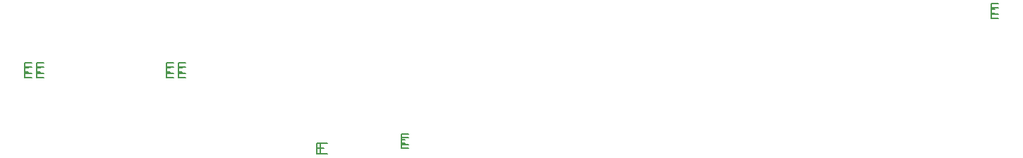
<source format=gbr>
%TF.GenerationSoftware,Altium Limited,Altium Designer,22.4.2 (48)*%
G04 Layer_Color=2752767*
%FSLAX26Y26*%
%MOIN*%
%TF.SameCoordinates,8C98EB32-1E12-42CD-A60B-9DA89663A72C*%
%TF.FilePolarity,Positive*%
%TF.FileFunction,Drawing*%
%TF.Part,Single*%
G01*
G75*
%TA.AperFunction,NonConductor*%
%ADD228C,0.005000*%
D228*
X8828598Y3272044D02*
X8795276D01*
Y3222060D01*
X8828598D01*
X8795276Y3247052D02*
X8811937D01*
X8828598Y3290745D02*
X8795276D01*
Y3240761D01*
X8828598D01*
X8795276Y3265753D02*
X8811937D01*
X6041197Y2675378D02*
X6007874D01*
Y2625394D01*
X6041197D01*
X6007874Y2650386D02*
X6024535D01*
X6041197Y2657661D02*
X6007874D01*
Y2607677D01*
X6041197D01*
X6007874Y2632669D02*
X6024535D01*
X4319740Y2992897D02*
X4286417D01*
Y2942913D01*
X4319740D01*
X4286417Y2967905D02*
X4303079D01*
X4262537Y3012582D02*
X4229214D01*
Y2962598D01*
X4262537D01*
X4229214Y2987590D02*
X4245875D01*
X4319740Y3012582D02*
X4286417D01*
Y2962598D01*
X4319740D01*
X4286417Y2987590D02*
X4303079D01*
X4262460Y2992897D02*
X4229138D01*
Y2942913D01*
X4262460D01*
X4229138Y2967905D02*
X4245799D01*
X5641000Y2632661D02*
X5607677D01*
Y2582677D01*
X5641000D01*
X5607677Y2607669D02*
X5624338D01*
X5658716Y2632661D02*
X5625394D01*
Y2582677D01*
X5658716D01*
X5625394Y2607669D02*
X5642055D01*
X4989031Y3012582D02*
X4955709D01*
Y2962598D01*
X4989031D01*
X4955709Y2987590D02*
X4972370D01*
X4989031Y2992897D02*
X4955709D01*
Y2942913D01*
X4989031D01*
X4955709Y2967905D02*
X4972370D01*
X4931828Y3012582D02*
X4898505D01*
Y2962598D01*
X4931828D01*
X4898505Y2987590D02*
X4915167D01*
X4931752Y2992897D02*
X4898429D01*
Y2942913D01*
X4931752D01*
X4898429Y2967905D02*
X4915090D01*
%TF.MD5,ef05b751f57fcb7e819c032d0644a0a2*%
M02*

</source>
